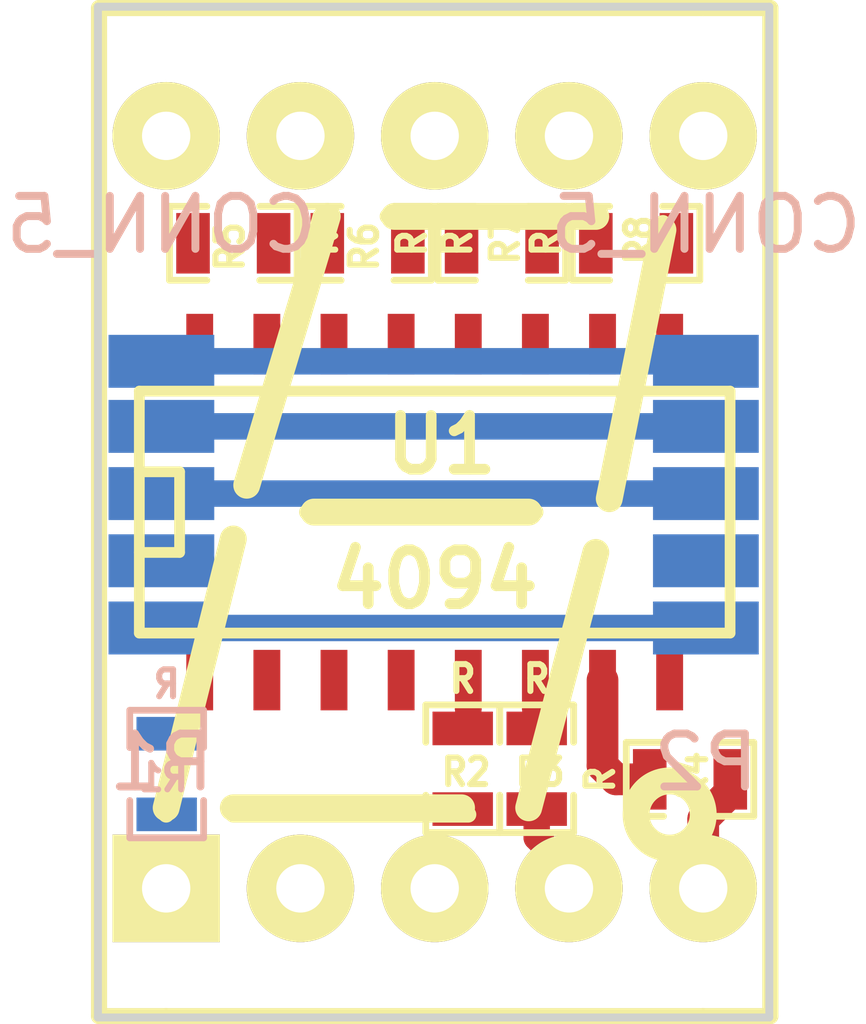
<source format=kicad_pcb>
(kicad_pcb (version 3) (host pcbnew "(2012-nov-02)-testing")

  (general
    (links 29)
    (no_connects 20)
    (area 208.441667 121.3636 225.858333 145.3364)
    (thickness 1.6)
    (drawings 4)
    (tracks 17)
    (zones 0)
    (modules 12)
    (nets 23)
  )

  (page A3)
  (layers
    (15 F.Cu signal)
    (0 B.Cu signal)
    (16 B.Adhes user)
    (17 F.Adhes user)
    (18 B.Paste user)
    (19 F.Paste user)
    (20 B.SilkS user)
    (21 F.SilkS user hide)
    (22 B.Mask user)
    (23 F.Mask user)
    (24 Dwgs.User user)
    (25 Cmts.User user)
    (26 Eco1.User user)
    (27 Eco2.User user)
    (28 Edge.Cuts user)
  )

  (setup
    (last_trace_width 0.2)
    (user_trace_width 0.5)
    (user_trace_width 0.6)
    (user_trace_width 1)
    (trace_clearance 0.15)
    (zone_clearance 0.508)
    (zone_45_only no)
    (trace_min 0.2)
    (segment_width 0.2)
    (edge_width 0.15)
    (via_size 0.889)
    (via_drill 0.635)
    (via_min_size 0.889)
    (via_min_drill 0.508)
    (user_via 1 0.6)
    (uvia_size 0.508)
    (uvia_drill 0.127)
    (uvias_allowed no)
    (uvia_min_size 0.508)
    (uvia_min_drill 0.127)
    (pcb_text_width 0.3)
    (pcb_text_size 1 1)
    (mod_edge_width 0.15)
    (mod_text_size 1 1)
    (mod_text_width 0.15)
    (pad_size 2.032 2.032)
    (pad_drill 0.9144)
    (pad_to_mask_clearance 0)
    (aux_axis_origin 0 0)
    (visible_elements FFFFFF8F)
    (pcbplotparams
      (layerselection 271613953)
      (usegerberextensions true)
      (excludeedgelayer true)
      (linewidth 152400)
      (plotframeref false)
      (viasonmask true)
      (mode 1)
      (useauxorigin false)
      (hpglpennumber 1)
      (hpglpenspeed 20)
      (hpglpendiameter 15)
      (hpglpenoverlay 2)
      (psnegative false)
      (psa4output false)
      (plotreference true)
      (plotvalue true)
      (plotothertext true)
      (plotinvisibletext false)
      (padsonsilk false)
      (subtractmaskfromsilk false)
      (outputformat 1)
      (mirror false)
      (drillshape 0)
      (scaleselection 1)
      (outputdirectory ledIndicator))
  )

  (net 0 "")
  (net 1 /CLOCK)
  (net 2 /DATA)
  (net 3 /LATCH)
  (net 4 /Q1)
  (net 5 /Q2)
  (net 6 /Q3)
  (net 7 /Q4)
  (net 8 /Q5)
  (net 9 /Q6)
  (net 10 /Q7)
  (net 11 /Q8)
  (net 12 /VDD)
  (net 13 /VSS)
  (net 14 N-0000011)
  (net 15 N-0000012)
  (net 16 N-0000013)
  (net 17 N-0000014)
  (net 18 N-0000015)
  (net 19 N-0000016)
  (net 20 N-0000017)
  (net 21 N-0000018)
  (net 22 N-000009)

  (net_class Default "This is the default net class."
    (clearance 0.15)
    (trace_width 0.2)
    (via_dia 0.889)
    (via_drill 0.635)
    (uvia_dia 0.508)
    (uvia_drill 0.127)
    (add_net "")
    (add_net /CLOCK)
    (add_net /DATA)
    (add_net /LATCH)
    (add_net /Q1)
    (add_net /Q2)
    (add_net /Q3)
    (add_net /Q4)
    (add_net /Q5)
    (add_net /Q6)
    (add_net /Q7)
    (add_net /Q8)
    (add_net /VDD)
    (add_net /VSS)
    (add_net N-0000011)
    (add_net N-0000012)
    (add_net N-0000013)
    (add_net N-0000014)
    (add_net N-0000015)
    (add_net N-0000016)
    (add_net N-0000017)
    (add_net N-0000018)
    (add_net N-000009)
  )

  (module SO16N (layer F.Cu) (tedit 200000) (tstamp 50E7182E)
    (at 217.17 133.35)
    (descr "Module CMS SOJ 16 pins large")
    (tags "CMS SOJ")
    (path /50E4C062)
    (attr smd)
    (fp_text reference U1 (at 0.127 -1.27) (layer F.SilkS)
      (effects (font (size 1.016 1.016) (thickness 0.2032)))
    )
    (fp_text value 4094 (at 0 1.27) (layer F.SilkS)
      (effects (font (size 1.016 1.016) (thickness 0.2032)))
    )
    (fp_line (start -5.588 -0.762) (end -4.826 -0.762) (layer F.SilkS) (width 0.2032))
    (fp_line (start -4.826 -0.762) (end -4.826 0.762) (layer F.SilkS) (width 0.2032))
    (fp_line (start -4.826 0.762) (end -5.588 0.762) (layer F.SilkS) (width 0.2032))
    (fp_line (start 5.588 -2.286) (end 5.588 2.286) (layer F.SilkS) (width 0.2032))
    (fp_line (start 5.588 2.286) (end -5.588 2.286) (layer F.SilkS) (width 0.2032))
    (fp_line (start -5.588 2.286) (end -5.588 -2.286) (layer F.SilkS) (width 0.2032))
    (fp_line (start -5.588 -2.286) (end 5.588 -2.286) (layer F.SilkS) (width 0.2032))
    (pad 16 smd rect (at -4.445 -3.175) (size 0.508 1.143)
      (layers F.Cu F.Paste F.Mask)
      (net 12 /VDD)
    )
    (pad 14 smd rect (at -1.905 -3.175) (size 0.508 1.143)
      (layers F.Cu F.Paste F.Mask)
      (net 14 N-0000011)
    )
    (pad 13 smd rect (at -0.635 -3.175) (size 0.508 1.143)
      (layers F.Cu F.Paste F.Mask)
      (net 15 N-0000012)
    )
    (pad 12 smd rect (at 0.635 -3.175) (size 0.508 1.143)
      (layers F.Cu F.Paste F.Mask)
      (net 16 N-0000013)
    )
    (pad 11 smd rect (at 1.905 -3.175) (size 0.508 1.143)
      (layers F.Cu F.Paste F.Mask)
      (net 17 N-0000014)
    )
    (pad 10 smd rect (at 3.175 -3.175) (size 0.508 1.143)
      (layers F.Cu F.Paste F.Mask)
      (net 22 N-000009)
    )
    (pad 9 smd rect (at 4.445 -3.175) (size 0.508 1.143)
      (layers F.Cu F.Paste F.Mask)
    )
    (pad 8 smd rect (at 4.445 3.175) (size 0.508 1.143)
      (layers F.Cu F.Paste F.Mask)
      (net 13 /VSS)
    )
    (pad 7 smd rect (at 3.175 3.175) (size 0.508 1.143)
      (layers F.Cu F.Paste F.Mask)
      (net 18 N-0000015)
    )
    (pad 6 smd rect (at 1.905 3.175) (size 0.508 1.143)
      (layers F.Cu F.Paste F.Mask)
      (net 19 N-0000016)
    )
    (pad 5 smd rect (at 0.635 3.175) (size 0.508 1.143)
      (layers F.Cu F.Paste F.Mask)
      (net 20 N-0000017)
    )
    (pad 4 smd rect (at -0.635 3.175) (size 0.508 1.143)
      (layers F.Cu F.Paste F.Mask)
      (net 21 N-0000018)
    )
    (pad 3 smd rect (at -1.905 3.175) (size 0.508 1.143)
      (layers F.Cu F.Paste F.Mask)
      (net 1 /CLOCK)
    )
    (pad 2 smd rect (at -3.175 3.175) (size 0.508 1.143)
      (layers F.Cu F.Paste F.Mask)
      (net 2 /DATA)
    )
    (pad 1 smd rect (at -4.445 3.175) (size 0.508 1.143)
      (layers F.Cu F.Paste F.Mask)
      (net 3 /LATCH)
    )
    (pad 15 smd rect (at -3.175 -3.175) (size 0.508 1.143)
      (layers F.Cu F.Paste F.Mask)
      (net 12 /VDD)
    )
    (model smd/cms_so16.wrl
      (at (xyz 0 0 0))
      (scale (xyz 0.5 0.4 0.5))
      (rotate (xyz 0 0 0))
    )
  )

  (module SMD_CONN5 (layer B.Cu) (tedit 50E59B7E) (tstamp 50E6B8E2)
    (at 212 133 180)
    (path /50E4C2BB)
    (fp_text reference P1 (at 0 -5.08 180) (layer B.SilkS)
      (effects (font (size 1 1) (thickness 0.15)) (justify mirror))
    )
    (fp_text value CONN_5 (at 0 5.08 180) (layer B.SilkS)
      (effects (font (size 1 1) (thickness 0.15)) (justify mirror))
    )
    (pad 1 smd rect (at 0 2.5 180) (size 2 1)
      (layers B.Cu B.Paste B.Mask)
      (net 12 /VDD)
    )
    (pad 2 smd rect (at 0 1.27 180) (size 2 1)
      (layers B.Cu B.Paste B.Mask)
      (net 13 /VSS)
    )
    (pad 3 smd rect (at 0 0 180) (size 2 1)
      (layers B.Cu B.Paste B.Mask)
      (net 3 /LATCH)
    )
    (pad 4 smd rect (at 0 -1.27 180) (size 2 1)
      (layers B.Cu B.Paste B.Mask)
      (net 2 /DATA)
    )
    (pad 5 smd rect (at 0 -2.54 180) (size 2 1)
      (layers B.Cu B.Paste B.Mask)
      (net 1 /CLOCK)
    )
  )

  (module SMD_CONN5 (layer B.Cu) (tedit 50E59B7E) (tstamp 50E6B8EB)
    (at 222.3 133 180)
    (path /50E4C3F1)
    (fp_text reference P2 (at 0 -5.08 180) (layer B.SilkS)
      (effects (font (size 1 1) (thickness 0.15)) (justify mirror))
    )
    (fp_text value CONN_5 (at 0 5.08 180) (layer B.SilkS)
      (effects (font (size 1 1) (thickness 0.15)) (justify mirror))
    )
    (pad 1 smd rect (at 0 2.5 180) (size 2 1)
      (layers B.Cu B.Paste B.Mask)
      (net 12 /VDD)
    )
    (pad 2 smd rect (at 0 1.27 180) (size 2 1)
      (layers B.Cu B.Paste B.Mask)
      (net 13 /VSS)
    )
    (pad 3 smd rect (at 0 0 180) (size 2 1)
      (layers B.Cu B.Paste B.Mask)
      (net 3 /LATCH)
    )
    (pad 4 smd rect (at 0 -1.27 180) (size 2 1)
      (layers B.Cu B.Paste B.Mask)
      (net 22 N-000009)
    )
    (pad 5 smd rect (at 0 -2.54 180) (size 2 1)
      (layers B.Cu B.Paste B.Mask)
      (net 1 /CLOCK)
    )
  )

  (module SM0603_Resistor (layer B.Cu) (tedit 5051B21B) (tstamp 50E6B8F7)
    (at 212.1 138.3 270)
    (path /50E4C08F)
    (attr smd)
    (fp_text reference R1 (at 0.0635 0.0635 540) (layer B.SilkS)
      (effects (font (size 0.50038 0.4572) (thickness 0.1143)) (justify mirror))
    )
    (fp_text value R (at -1.69926 0 540) (layer B.SilkS)
      (effects (font (size 0.508 0.4572) (thickness 0.1143)) (justify mirror))
    )
    (fp_line (start -0.50038 0.6985) (end -1.2065 0.6985) (layer B.SilkS) (width 0.127))
    (fp_line (start -1.2065 0.6985) (end -1.2065 -0.6985) (layer B.SilkS) (width 0.127))
    (fp_line (start -1.2065 -0.6985) (end -0.50038 -0.6985) (layer B.SilkS) (width 0.127))
    (fp_line (start 1.2065 0.6985) (end 0.50038 0.6985) (layer B.SilkS) (width 0.127))
    (fp_line (start 1.2065 0.6985) (end 1.2065 -0.6985) (layer B.SilkS) (width 0.127))
    (fp_line (start 1.2065 -0.6985) (end 0.50038 -0.6985) (layer B.SilkS) (width 0.127))
    (pad 1 smd rect (at -0.762 0 270) (size 0.635 1.143)
      (layers B.Cu B.Paste B.Mask)
      (net 21 N-0000018)
    )
    (pad 2 smd rect (at 0.762 0 270) (size 0.635 1.143)
      (layers B.Cu B.Paste B.Mask)
      (net 4 /Q1)
    )
    (model smd\resistors\R0603.wrl
      (at (xyz 0 0 0.001))
      (scale (xyz 0.5 0.5 0.5))
      (rotate (xyz 0 0 0))
    )
  )

  (module SM0603_Resistor (layer F.Cu) (tedit 5051B21B) (tstamp 50E6B903)
    (at 217.7 138.2 270)
    (path /50E4C0AB)
    (attr smd)
    (fp_text reference R2 (at 0.0635 -0.0635 360) (layer F.SilkS)
      (effects (font (size 0.50038 0.4572) (thickness 0.1143)))
    )
    (fp_text value R (at -1.69926 0 360) (layer F.SilkS)
      (effects (font (size 0.508 0.4572) (thickness 0.1143)))
    )
    (fp_line (start -0.50038 -0.6985) (end -1.2065 -0.6985) (layer F.SilkS) (width 0.127))
    (fp_line (start -1.2065 -0.6985) (end -1.2065 0.6985) (layer F.SilkS) (width 0.127))
    (fp_line (start -1.2065 0.6985) (end -0.50038 0.6985) (layer F.SilkS) (width 0.127))
    (fp_line (start 1.2065 -0.6985) (end 0.50038 -0.6985) (layer F.SilkS) (width 0.127))
    (fp_line (start 1.2065 -0.6985) (end 1.2065 0.6985) (layer F.SilkS) (width 0.127))
    (fp_line (start 1.2065 0.6985) (end 0.50038 0.6985) (layer F.SilkS) (width 0.127))
    (pad 1 smd rect (at -0.762 0 270) (size 0.635 1.143)
      (layers F.Cu F.Paste F.Mask)
      (net 20 N-0000017)
    )
    (pad 2 smd rect (at 0.762 0 270) (size 0.635 1.143)
      (layers F.Cu F.Paste F.Mask)
      (net 5 /Q2)
    )
    (model smd\resistors\R0603.wrl
      (at (xyz 0 0 0.001))
      (scale (xyz 0.5 0.5 0.5))
      (rotate (xyz 0 0 0))
    )
  )

  (module SM0603_Resistor (layer F.Cu) (tedit 5051B21B) (tstamp 50E6B90F)
    (at 219.1 138.2 270)
    (path /50E4C0B1)
    (attr smd)
    (fp_text reference R3 (at 0.0635 -0.0635 360) (layer F.SilkS)
      (effects (font (size 0.50038 0.4572) (thickness 0.1143)))
    )
    (fp_text value R (at -1.69926 0 360) (layer F.SilkS)
      (effects (font (size 0.508 0.4572) (thickness 0.1143)))
    )
    (fp_line (start -0.50038 -0.6985) (end -1.2065 -0.6985) (layer F.SilkS) (width 0.127))
    (fp_line (start -1.2065 -0.6985) (end -1.2065 0.6985) (layer F.SilkS) (width 0.127))
    (fp_line (start -1.2065 0.6985) (end -0.50038 0.6985) (layer F.SilkS) (width 0.127))
    (fp_line (start 1.2065 -0.6985) (end 0.50038 -0.6985) (layer F.SilkS) (width 0.127))
    (fp_line (start 1.2065 -0.6985) (end 1.2065 0.6985) (layer F.SilkS) (width 0.127))
    (fp_line (start 1.2065 0.6985) (end 0.50038 0.6985) (layer F.SilkS) (width 0.127))
    (pad 1 smd rect (at -0.762 0 270) (size 0.635 1.143)
      (layers F.Cu F.Paste F.Mask)
      (net 19 N-0000016)
    )
    (pad 2 smd rect (at 0.762 0 270) (size 0.635 1.143)
      (layers F.Cu F.Paste F.Mask)
      (net 6 /Q3)
    )
    (model smd\resistors\R0603.wrl
      (at (xyz 0 0 0.001))
      (scale (xyz 0.5 0.5 0.5))
      (rotate (xyz 0 0 0))
    )
  )

  (module SM0603_Resistor (layer F.Cu) (tedit 5051B21B) (tstamp 50E6B91B)
    (at 222 138.4)
    (path /50E4C0B7)
    (attr smd)
    (fp_text reference R4 (at 0.0635 -0.0635 90) (layer F.SilkS)
      (effects (font (size 0.50038 0.4572) (thickness 0.1143)))
    )
    (fp_text value R (at -1.69926 0 90) (layer F.SilkS)
      (effects (font (size 0.508 0.4572) (thickness 0.1143)))
    )
    (fp_line (start -0.50038 -0.6985) (end -1.2065 -0.6985) (layer F.SilkS) (width 0.127))
    (fp_line (start -1.2065 -0.6985) (end -1.2065 0.6985) (layer F.SilkS) (width 0.127))
    (fp_line (start -1.2065 0.6985) (end -0.50038 0.6985) (layer F.SilkS) (width 0.127))
    (fp_line (start 1.2065 -0.6985) (end 0.50038 -0.6985) (layer F.SilkS) (width 0.127))
    (fp_line (start 1.2065 -0.6985) (end 1.2065 0.6985) (layer F.SilkS) (width 0.127))
    (fp_line (start 1.2065 0.6985) (end 0.50038 0.6985) (layer F.SilkS) (width 0.127))
    (pad 1 smd rect (at -0.762 0) (size 0.635 1.143)
      (layers F.Cu F.Paste F.Mask)
      (net 18 N-0000015)
    )
    (pad 2 smd rect (at 0.762 0) (size 0.635 1.143)
      (layers F.Cu F.Paste F.Mask)
      (net 7 /Q4)
    )
    (model smd\resistors\R0603.wrl
      (at (xyz 0 0 0.001))
      (scale (xyz 0.5 0.5 0.5))
      (rotate (xyz 0 0 0))
    )
  )

  (module SM0603_Resistor (layer F.Cu) (tedit 5051B21B) (tstamp 50E6B927)
    (at 213.36 128.27 180)
    (path /50E4C0BD)
    (attr smd)
    (fp_text reference R5 (at 0.0635 -0.0635 270) (layer F.SilkS)
      (effects (font (size 0.50038 0.4572) (thickness 0.1143)))
    )
    (fp_text value R (at -1.69926 0 270) (layer F.SilkS)
      (effects (font (size 0.508 0.4572) (thickness 0.1143)))
    )
    (fp_line (start -0.50038 -0.6985) (end -1.2065 -0.6985) (layer F.SilkS) (width 0.127))
    (fp_line (start -1.2065 -0.6985) (end -1.2065 0.6985) (layer F.SilkS) (width 0.127))
    (fp_line (start -1.2065 0.6985) (end -0.50038 0.6985) (layer F.SilkS) (width 0.127))
    (fp_line (start 1.2065 -0.6985) (end 0.50038 -0.6985) (layer F.SilkS) (width 0.127))
    (fp_line (start 1.2065 -0.6985) (end 1.2065 0.6985) (layer F.SilkS) (width 0.127))
    (fp_line (start 1.2065 0.6985) (end 0.50038 0.6985) (layer F.SilkS) (width 0.127))
    (pad 1 smd rect (at -0.762 0 180) (size 0.635 1.143)
      (layers F.Cu F.Paste F.Mask)
      (net 14 N-0000011)
    )
    (pad 2 smd rect (at 0.762 0 180) (size 0.635 1.143)
      (layers F.Cu F.Paste F.Mask)
      (net 8 /Q5)
    )
    (model smd\resistors\R0603.wrl
      (at (xyz 0 0 0.001))
      (scale (xyz 0.5 0.5 0.5))
      (rotate (xyz 0 0 0))
    )
  )

  (module SM0603_Resistor (layer F.Cu) (tedit 5051B21B) (tstamp 50E6B933)
    (at 215.9 128.27 180)
    (path /50E4C0DC)
    (attr smd)
    (fp_text reference R6 (at 0.0635 -0.0635 270) (layer F.SilkS)
      (effects (font (size 0.50038 0.4572) (thickness 0.1143)))
    )
    (fp_text value R (at -1.69926 0 270) (layer F.SilkS)
      (effects (font (size 0.508 0.4572) (thickness 0.1143)))
    )
    (fp_line (start -0.50038 -0.6985) (end -1.2065 -0.6985) (layer F.SilkS) (width 0.127))
    (fp_line (start -1.2065 -0.6985) (end -1.2065 0.6985) (layer F.SilkS) (width 0.127))
    (fp_line (start -1.2065 0.6985) (end -0.50038 0.6985) (layer F.SilkS) (width 0.127))
    (fp_line (start 1.2065 -0.6985) (end 0.50038 -0.6985) (layer F.SilkS) (width 0.127))
    (fp_line (start 1.2065 -0.6985) (end 1.2065 0.6985) (layer F.SilkS) (width 0.127))
    (fp_line (start 1.2065 0.6985) (end 0.50038 0.6985) (layer F.SilkS) (width 0.127))
    (pad 1 smd rect (at -0.762 0 180) (size 0.635 1.143)
      (layers F.Cu F.Paste F.Mask)
      (net 15 N-0000012)
    )
    (pad 2 smd rect (at 0.762 0 180) (size 0.635 1.143)
      (layers F.Cu F.Paste F.Mask)
      (net 9 /Q6)
    )
    (model smd\resistors\R0603.wrl
      (at (xyz 0 0 0.001))
      (scale (xyz 0.5 0.5 0.5))
      (rotate (xyz 0 0 0))
    )
  )

  (module SM0603_Resistor (layer F.Cu) (tedit 5051B21B) (tstamp 50E6B93F)
    (at 218.44 128.27)
    (path /50E4C0E2)
    (attr smd)
    (fp_text reference R7 (at 0.0635 -0.0635 90) (layer F.SilkS)
      (effects (font (size 0.50038 0.4572) (thickness 0.1143)))
    )
    (fp_text value R (at -1.69926 0 90) (layer F.SilkS)
      (effects (font (size 0.508 0.4572) (thickness 0.1143)))
    )
    (fp_line (start -0.50038 -0.6985) (end -1.2065 -0.6985) (layer F.SilkS) (width 0.127))
    (fp_line (start -1.2065 -0.6985) (end -1.2065 0.6985) (layer F.SilkS) (width 0.127))
    (fp_line (start -1.2065 0.6985) (end -0.50038 0.6985) (layer F.SilkS) (width 0.127))
    (fp_line (start 1.2065 -0.6985) (end 0.50038 -0.6985) (layer F.SilkS) (width 0.127))
    (fp_line (start 1.2065 -0.6985) (end 1.2065 0.6985) (layer F.SilkS) (width 0.127))
    (fp_line (start 1.2065 0.6985) (end 0.50038 0.6985) (layer F.SilkS) (width 0.127))
    (pad 1 smd rect (at -0.762 0) (size 0.635 1.143)
      (layers F.Cu F.Paste F.Mask)
      (net 16 N-0000013)
    )
    (pad 2 smd rect (at 0.762 0) (size 0.635 1.143)
      (layers F.Cu F.Paste F.Mask)
      (net 10 /Q7)
    )
    (model smd\resistors\R0603.wrl
      (at (xyz 0 0 0.001))
      (scale (xyz 0.5 0.5 0.5))
      (rotate (xyz 0 0 0))
    )
  )

  (module SM0603_Resistor (layer F.Cu) (tedit 5051B21B) (tstamp 50E6B94B)
    (at 220.98 128.27)
    (path /50E4C0E8)
    (attr smd)
    (fp_text reference R8 (at 0.0635 -0.0635 90) (layer F.SilkS)
      (effects (font (size 0.50038 0.4572) (thickness 0.1143)))
    )
    (fp_text value R (at -1.69926 0 90) (layer F.SilkS)
      (effects (font (size 0.508 0.4572) (thickness 0.1143)))
    )
    (fp_line (start -0.50038 -0.6985) (end -1.2065 -0.6985) (layer F.SilkS) (width 0.127))
    (fp_line (start -1.2065 -0.6985) (end -1.2065 0.6985) (layer F.SilkS) (width 0.127))
    (fp_line (start -1.2065 0.6985) (end -0.50038 0.6985) (layer F.SilkS) (width 0.127))
    (fp_line (start 1.2065 -0.6985) (end 0.50038 -0.6985) (layer F.SilkS) (width 0.127))
    (fp_line (start 1.2065 -0.6985) (end 1.2065 0.6985) (layer F.SilkS) (width 0.127))
    (fp_line (start 1.2065 0.6985) (end 0.50038 0.6985) (layer F.SilkS) (width 0.127))
    (pad 1 smd rect (at -0.762 0) (size 0.635 1.143)
      (layers F.Cu F.Paste F.Mask)
      (net 17 N-0000014)
    )
    (pad 2 smd rect (at 0.762 0) (size 0.635 1.143)
      (layers F.Cu F.Paste F.Mask)
      (net 11 /Q8)
    )
    (model smd\resistors\R0603.wrl
      (at (xyz 0 0 0.001))
      (scale (xyz 0.5 0.5 0.5))
      (rotate (xyz 0 0 0))
    )
  )

  (module SA56 (layer F.Cu) (tedit 50E5A0D1) (tstamp 50E6B970)
    (at 217.17 133.35)
    (descr "Afficheur 7 segments")
    (tags AFFICHEUR)
    (path /50E4B02C)
    (fp_text reference S1 (at 0 -10.795) (layer F.SilkS)
      (effects (font (size 1.778 1.143) (thickness 0.3048)))
    )
    (fp_text value 7SEGM (at 0.635 10.795) (layer F.SilkS)
      (effects (font (size 1.778 1.016) (thickness 0.3048)))
    )
    (fp_line (start 3.048 0.762) (end 1.778 5.588) (layer F.SilkS) (width 0.508))
    (fp_line (start -3.81 5.588) (end 0.508 5.588) (layer F.SilkS) (width 0.508))
    (fp_line (start -3.81 0.508) (end -5.08 5.588) (layer F.SilkS) (width 0.508))
    (fp_line (start -2.032 -5.588) (end -3.556 -0.508) (layer F.SilkS) (width 0.508))
    (fp_line (start -0.762 -5.588) (end 3.048 -5.588) (layer F.SilkS) (width 0.508))
    (fp_line (start -2.286 0) (end 1.778 0) (layer F.SilkS) (width 0.508))
    (fp_line (start 4.318 -5.334) (end 3.302 -0.254) (layer F.SilkS) (width 0.508))
    (fp_circle (center 4.445 5.715) (end 5.08 5.715) (layer F.SilkS) (width 0.508))
    (fp_line (start -3.81 5.715) (end 0.635 5.715) (layer F.SilkS) (width 0.3048))
    (fp_line (start -5.08 -9.525) (end -6.35 -9.525) (layer F.SilkS) (width 0.3048))
    (fp_line (start -6.35 -9.525) (end -6.35 9.525) (layer F.SilkS) (width 0.3048))
    (fp_line (start -6.35 9.525) (end -5.08 9.525) (layer F.SilkS) (width 0.3048))
    (fp_line (start 5.08 9.525) (end 6.35 9.525) (layer F.SilkS) (width 0.3048))
    (fp_line (start 6.35 9.525) (end 6.35 -9.525) (layer F.SilkS) (width 0.3048))
    (fp_line (start 6.35 -9.525) (end 5.08 -9.525) (layer F.SilkS) (width 0.3048))
    (fp_line (start -5.08 9.525) (end 5.08 9.525) (layer F.SilkS) (width 0.3048))
    (fp_line (start 5.08 -9.525) (end -5.08 -9.525) (layer F.SilkS) (width 0.3048))
    (fp_line (start -2.413 0) (end 1.905 0) (layer F.SilkS) (width 0.3048))
    (fp_line (start 3.429 -0.508) (end 4.318 -5.461) (layer F.SilkS) (width 0.3048))
    (fp_line (start -0.889 -5.588) (end 3.048 -5.588) (layer F.SilkS) (width 0.3048))
    (fp_line (start -3.556 -0.635) (end -2.159 -5.588) (layer F.SilkS) (width 0.3048))
    (fp_line (start -3.81 0.508) (end -5.08 5.715) (layer F.SilkS) (width 0.3048))
    (pad 2 thru_hole circle (at -2.54 7.11) (size 2.032 2.032) (drill 0.9144)
      (layers *.Cu *.Mask F.SilkS)
      (net 5 /Q2)
    )
    (pad 3 thru_hole circle (at 0 7.11) (size 2.032 2.032) (drill 0.9144)
      (layers *.Cu *.Mask F.SilkS)
      (net 12 /VDD)
    )
    (pad 4 thru_hole circle (at 2.54 7.11) (size 2.032 2.032) (drill 0.9144)
      (layers *.Cu *.Mask F.SilkS)
      (net 6 /Q3)
    )
    (pad 5 thru_hole circle (at 5.08 7.11) (size 2.032 2.032) (drill 0.9144)
      (layers *.Cu *.Mask F.SilkS)
      (net 7 /Q4)
    )
    (pad 6 thru_hole circle (at 5.08 -7.11) (size 2.032 2.032) (drill 0.9144)
      (layers *.Cu *.Mask F.SilkS)
      (net 11 /Q8)
    )
    (pad 7 thru_hole circle (at 2.54 -7.11) (size 2.032 2.032) (drill 0.9144)
      (layers *.Cu *.Mask F.SilkS)
      (net 10 /Q7)
    )
    (pad 8 thru_hole circle (at 0 -7.11) (size 2.032 2.032) (drill 0.9144)
      (layers *.Cu *.Mask F.SilkS)
      (net 12 /VDD)
    )
    (pad 1 thru_hole rect (at -5.08 7.11) (size 2.032 2.032) (drill 0.9144)
      (layers *.Cu *.Mask F.SilkS)
      (net 4 /Q1)
    )
    (pad 9 thru_hole circle (at -2.54 -7.11) (size 2.032 2.032) (drill 0.9144)
      (layers *.Cu *.Mask F.SilkS)
      (net 9 /Q6)
    )
    (pad 10 thru_hole circle (at -5.08 -7.11) (size 2.032 2.032) (drill 0.9144)
      (layers *.Cu *.Mask F.SilkS)
      (net 8 /Q5)
    )
  )

  (gr_line (start 210.8 142.9) (end 210.8 123.8) (angle 90) (layer Edge.Cuts) (width 0.15))
  (gr_line (start 223.5 142.9) (end 210.8 142.9) (angle 90) (layer Edge.Cuts) (width 0.15))
  (gr_line (start 223.5 123.8) (end 223.5 142.9) (angle 90) (layer Edge.Cuts) (width 0.15))
  (gr_line (start 210.8 123.8) (end 223.5 123.8) (angle 90) (layer Edge.Cuts) (width 0.15))

  (segment (start 212 135.54) (end 222.3 135.54) (width 0.5) (layer B.Cu) (net 1))
  (segment (start 212 133) (end 222.3 133) (width 0.5) (layer B.Cu) (net 3))
  (segment (start 219.1 138.962) (end 219.1 139.5) (width 0.5) (layer F.Cu) (net 6))
  (segment (start 219.71 140.11) (end 219.71 140.46) (width 0.5) (layer F.Cu) (net 6) (tstamp 50E718EE))
  (segment (start 219.1 139.5) (end 219.71 140.11) (width 0.5) (layer F.Cu) (net 6) (tstamp 50E718ED))
  (segment (start 222.25 140.46) (end 222.25 139.15) (width 0.6) (layer F.Cu) (net 7))
  (segment (start 222.762 138.638) (end 222.762 138.4) (width 0.254) (layer F.Cu) (net 7) (tstamp 50E718A7))
  (segment (start 222.25 139.15) (end 222.762 138.638) (width 0.6) (layer F.Cu) (net 7) (tstamp 50E718A6))
  (segment (start 212 130.5) (end 222.3 130.5) (width 0.5) (layer B.Cu) (net 12))
  (segment (start 212 131.73) (end 222.3 131.73) (width 0.5) (layer B.Cu) (net 13))
  (segment (start 220.345 136.525) (end 220.345 138.145) (width 0.6) (layer F.Cu) (net 18))
  (segment (start 220.6 138.4) (end 221.238 138.4) (width 0.6) (layer F.Cu) (net 18) (tstamp 50E71911))
  (segment (start 220.345 138.145) (end 220.6 138.4) (width 0.6) (layer F.Cu) (net 18) (tstamp 50E71910))
  (segment (start 219.075 136.525) (end 219.075 137.413) (width 0.5) (layer F.Cu) (net 19))
  (segment (start 219.075 137.413) (end 219.1 137.438) (width 0.5) (layer F.Cu) (net 19) (tstamp 50E718EA))
  (segment (start 217.805 136.525) (end 217.805 137.333) (width 0.5) (layer F.Cu) (net 20))
  (segment (start 217.805 137.333) (end 217.7 137.438) (width 0.5) (layer F.Cu) (net 20) (tstamp 50E718FE))

)

</source>
